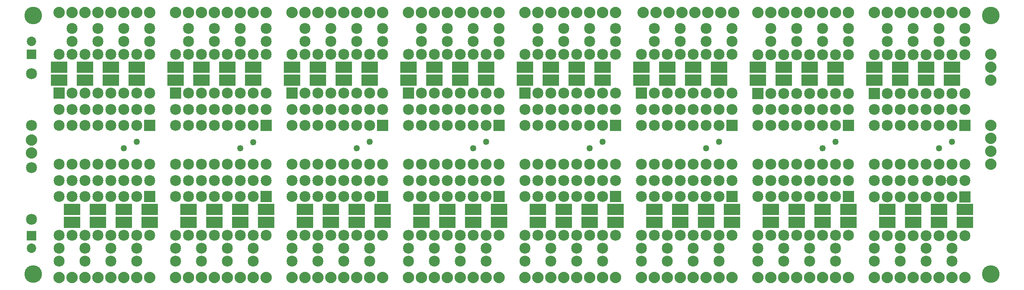
<source format=gbs>
G04 MADE WITH FRITZING*
G04 WWW.FRITZING.ORG*
G04 DOUBLE SIDED*
G04 HOLES PLATED*
G04 CONTOUR ON CENTER OF CONTOUR VECTOR*
%ASAXBY*%
%FSLAX23Y23*%
%MOIN*%
%OFA0B0*%
%SFA1.0B1.0*%
%ADD10C,0.088000*%
%ADD11C,0.135984*%
%ADD12C,0.072992*%
%ADD13C,0.085000*%
%ADD14C,0.049370*%
%ADD15R,0.072992X0.072992*%
%ADD16R,0.128110X0.088740*%
%ADD17R,0.085000X0.085000*%
%LNMASK0*%
G90*
G70*
G54D10*
X7560Y1004D03*
X7560Y1104D03*
X7560Y1204D03*
X7560Y1304D03*
G54D11*
X160Y2154D03*
X160Y154D03*
G54D10*
X7560Y1854D03*
X7560Y1754D03*
X7560Y1654D03*
G54D12*
X148Y452D03*
X148Y354D03*
X148Y1855D03*
X148Y1954D03*
G54D13*
X148Y979D03*
X148Y579D03*
X148Y1304D03*
X148Y1704D03*
G54D10*
X148Y1191D03*
X148Y1091D03*
G54D14*
X5460Y1179D03*
X5360Y1129D03*
X6260Y1129D03*
X6360Y1179D03*
X7260Y1179D03*
X7160Y1129D03*
X4560Y1179D03*
X4460Y1129D03*
X960Y1179D03*
X860Y1129D03*
X3660Y1179D03*
X3561Y1129D03*
X1861Y1175D03*
X1760Y1129D03*
X2661Y1129D03*
X2760Y1179D03*
G54D10*
X1060Y2179D03*
X960Y2179D03*
X860Y2179D03*
X760Y2179D03*
X660Y2179D03*
X560Y2179D03*
X460Y2179D03*
X360Y2179D03*
X1960Y2179D03*
X1860Y2179D03*
X1760Y2179D03*
X1660Y2179D03*
X1560Y2179D03*
X1460Y2179D03*
X1360Y2179D03*
X1260Y2179D03*
X2860Y2179D03*
X2760Y2179D03*
X2660Y2179D03*
X2560Y2179D03*
X2460Y2179D03*
X2360Y2179D03*
X2260Y2179D03*
X2160Y2179D03*
X3760Y2179D03*
X3660Y2179D03*
X3560Y2179D03*
X3460Y2179D03*
X3360Y2179D03*
X3260Y2179D03*
X3160Y2179D03*
X3060Y2179D03*
X4660Y2179D03*
X4560Y2179D03*
X4460Y2179D03*
X4360Y2179D03*
X4260Y2179D03*
X4160Y2179D03*
X4060Y2179D03*
X3960Y2179D03*
X5573Y2179D03*
X5473Y2179D03*
X5373Y2179D03*
X5273Y2179D03*
X5173Y2179D03*
X5073Y2179D03*
X4973Y2179D03*
X4873Y2179D03*
X6460Y2179D03*
X6360Y2179D03*
X6260Y2179D03*
X6160Y2179D03*
X6060Y2179D03*
X5960Y2179D03*
X5860Y2179D03*
X5760Y2179D03*
X7360Y2179D03*
X7260Y2179D03*
X7160Y2179D03*
X7060Y2179D03*
X6960Y2179D03*
X6860Y2179D03*
X6760Y2179D03*
X6660Y2179D03*
G54D11*
X7560Y154D03*
X7560Y2154D03*
G54D13*
X1060Y1304D03*
X1060Y1004D03*
X960Y1304D03*
X960Y1004D03*
X860Y1304D03*
X860Y1004D03*
X760Y1304D03*
X760Y1004D03*
X660Y1304D03*
X660Y1004D03*
X560Y1304D03*
X560Y1004D03*
X460Y1304D03*
X460Y1004D03*
X360Y1304D03*
X360Y1004D03*
X1960Y1304D03*
X1960Y1004D03*
X1860Y1304D03*
X1860Y1004D03*
X1760Y1304D03*
X1760Y1004D03*
X1660Y1304D03*
X1660Y1004D03*
X1560Y1304D03*
X1560Y1004D03*
X1460Y1304D03*
X1460Y1004D03*
X1360Y1304D03*
X1360Y1004D03*
X1260Y1304D03*
X1260Y1004D03*
X2860Y1304D03*
X2860Y1004D03*
X2760Y1304D03*
X2760Y1004D03*
X2660Y1304D03*
X2660Y1004D03*
X2560Y1304D03*
X2560Y1004D03*
X2460Y1304D03*
X2460Y1004D03*
X2360Y1304D03*
X2360Y1004D03*
X2260Y1304D03*
X2260Y1004D03*
X2160Y1304D03*
X2160Y1004D03*
X3760Y1304D03*
X3760Y1004D03*
X3660Y1304D03*
X3660Y1004D03*
X3560Y1304D03*
X3560Y1004D03*
X3460Y1304D03*
X3460Y1004D03*
X3360Y1304D03*
X3360Y1004D03*
X3260Y1304D03*
X3260Y1004D03*
X3160Y1304D03*
X3160Y1004D03*
X3060Y1304D03*
X3060Y1004D03*
X4660Y1304D03*
X4660Y1004D03*
X4560Y1304D03*
X4560Y1004D03*
X4460Y1304D03*
X4460Y1004D03*
X4360Y1304D03*
X4360Y1004D03*
X4260Y1304D03*
X4260Y1004D03*
X4160Y1304D03*
X4160Y1004D03*
X4060Y1304D03*
X4060Y1004D03*
X3960Y1304D03*
X3960Y1004D03*
X5560Y1304D03*
X5560Y1004D03*
X5460Y1304D03*
X5460Y1004D03*
X5360Y1304D03*
X5360Y1004D03*
X5260Y1304D03*
X5260Y1004D03*
X5160Y1304D03*
X5160Y1004D03*
X5060Y1304D03*
X5060Y1004D03*
X4960Y1304D03*
X4960Y1004D03*
X4860Y1304D03*
X4860Y1004D03*
X6460Y1304D03*
X6460Y1004D03*
X6360Y1304D03*
X6360Y1004D03*
X6260Y1304D03*
X6260Y1004D03*
X6160Y1304D03*
X6160Y1004D03*
X6060Y1304D03*
X6060Y1004D03*
X5960Y1304D03*
X5960Y1004D03*
X5860Y1304D03*
X5860Y1004D03*
X5760Y1304D03*
X5760Y1004D03*
X7360Y1304D03*
X7360Y1004D03*
X7260Y1304D03*
X7260Y1004D03*
X7160Y1304D03*
X7160Y1004D03*
X7060Y1304D03*
X7060Y1004D03*
X6960Y1304D03*
X6960Y1004D03*
X6860Y1304D03*
X6860Y1004D03*
X6760Y1304D03*
X6760Y1004D03*
X6660Y1304D03*
X6660Y1004D03*
X1060Y754D03*
X1060Y454D03*
X960Y754D03*
X960Y454D03*
X860Y754D03*
X860Y454D03*
X760Y754D03*
X760Y454D03*
X660Y754D03*
X660Y454D03*
X560Y754D03*
X560Y454D03*
X460Y754D03*
X460Y454D03*
X360Y754D03*
X360Y454D03*
X1960Y754D03*
X1960Y454D03*
X1860Y754D03*
X1860Y454D03*
X1760Y754D03*
X1760Y454D03*
X1660Y754D03*
X1660Y454D03*
X1560Y754D03*
X1560Y454D03*
X1460Y754D03*
X1460Y454D03*
X1360Y754D03*
X1360Y454D03*
X1260Y754D03*
X1260Y454D03*
X2860Y754D03*
X2860Y454D03*
X2760Y754D03*
X2760Y454D03*
X2660Y754D03*
X2660Y454D03*
X2560Y754D03*
X2560Y454D03*
X2460Y754D03*
X2460Y454D03*
X2360Y754D03*
X2360Y454D03*
X2260Y754D03*
X2260Y454D03*
X2160Y754D03*
X2160Y454D03*
X3760Y754D03*
X3760Y454D03*
X3660Y754D03*
X3660Y454D03*
X3560Y754D03*
X3560Y454D03*
X3460Y754D03*
X3460Y454D03*
X3360Y754D03*
X3360Y454D03*
X3260Y754D03*
X3260Y454D03*
X3160Y754D03*
X3160Y454D03*
X3060Y754D03*
X3060Y454D03*
X4660Y754D03*
X4660Y454D03*
X4560Y754D03*
X4560Y454D03*
X4460Y754D03*
X4460Y454D03*
X4360Y754D03*
X4360Y454D03*
X4260Y754D03*
X4260Y454D03*
X4160Y754D03*
X4160Y454D03*
X4060Y754D03*
X4060Y454D03*
X3960Y754D03*
X3960Y454D03*
X5560Y754D03*
X5560Y454D03*
X5460Y754D03*
X5460Y454D03*
X5360Y754D03*
X5360Y454D03*
X5260Y754D03*
X5260Y454D03*
X5160Y754D03*
X5160Y454D03*
X5060Y754D03*
X5060Y454D03*
X4960Y754D03*
X4960Y454D03*
X4860Y754D03*
X4860Y454D03*
X6460Y754D03*
X6460Y454D03*
X6360Y754D03*
X6360Y454D03*
X6260Y754D03*
X6260Y454D03*
X6160Y754D03*
X6160Y454D03*
X6060Y754D03*
X6060Y454D03*
X5960Y754D03*
X5960Y454D03*
X5860Y754D03*
X5860Y454D03*
X5760Y754D03*
X5760Y454D03*
X7360Y753D03*
X7360Y453D03*
X7260Y753D03*
X7260Y453D03*
X7160Y753D03*
X7160Y453D03*
X7060Y753D03*
X7060Y453D03*
X6960Y753D03*
X6960Y453D03*
X6860Y753D03*
X6860Y453D03*
X6760Y753D03*
X6760Y453D03*
X6660Y753D03*
X6660Y453D03*
X360Y1554D03*
X360Y1854D03*
X460Y1554D03*
X460Y1854D03*
X560Y1554D03*
X560Y1854D03*
X660Y1554D03*
X660Y1854D03*
X760Y1554D03*
X760Y1854D03*
X860Y1554D03*
X860Y1854D03*
X960Y1554D03*
X960Y1854D03*
X1060Y1554D03*
X1060Y1854D03*
X1260Y1554D03*
X1260Y1854D03*
X1360Y1554D03*
X1360Y1854D03*
X1460Y1554D03*
X1460Y1854D03*
X1560Y1554D03*
X1560Y1854D03*
X1660Y1554D03*
X1660Y1854D03*
X1760Y1554D03*
X1760Y1854D03*
X1860Y1554D03*
X1860Y1854D03*
X1960Y1554D03*
X1960Y1854D03*
X2160Y1554D03*
X2160Y1854D03*
X2260Y1554D03*
X2260Y1854D03*
X2360Y1554D03*
X2360Y1854D03*
X2460Y1554D03*
X2460Y1854D03*
X2560Y1554D03*
X2560Y1854D03*
X2660Y1554D03*
X2660Y1854D03*
X2760Y1554D03*
X2760Y1854D03*
X2860Y1554D03*
X2860Y1854D03*
X3060Y1554D03*
X3060Y1854D03*
X3160Y1554D03*
X3160Y1854D03*
X3260Y1554D03*
X3260Y1854D03*
X3360Y1554D03*
X3360Y1854D03*
X3460Y1554D03*
X3460Y1854D03*
X3560Y1554D03*
X3560Y1854D03*
X3660Y1554D03*
X3660Y1854D03*
X3760Y1554D03*
X3760Y1854D03*
X3960Y1554D03*
X3960Y1854D03*
X4060Y1554D03*
X4060Y1854D03*
X4160Y1554D03*
X4160Y1854D03*
X4260Y1554D03*
X4260Y1854D03*
X4360Y1554D03*
X4360Y1854D03*
X4460Y1554D03*
X4460Y1854D03*
X4560Y1554D03*
X4560Y1854D03*
X4660Y1554D03*
X4660Y1854D03*
X5761Y1553D03*
X5761Y1853D03*
X5861Y1553D03*
X5861Y1853D03*
X5961Y1553D03*
X5961Y1853D03*
X6061Y1553D03*
X6061Y1853D03*
X6161Y1553D03*
X6161Y1853D03*
X6261Y1553D03*
X6261Y1853D03*
X6361Y1553D03*
X6361Y1853D03*
X6461Y1553D03*
X6461Y1853D03*
X4860Y1554D03*
X4860Y1854D03*
X4960Y1554D03*
X4960Y1854D03*
X5060Y1554D03*
X5060Y1854D03*
X5160Y1554D03*
X5160Y1854D03*
X5260Y1554D03*
X5260Y1854D03*
X5360Y1554D03*
X5360Y1854D03*
X5460Y1554D03*
X5460Y1854D03*
X5560Y1554D03*
X5560Y1854D03*
X6661Y1553D03*
X6661Y1853D03*
X6761Y1553D03*
X6761Y1853D03*
X6861Y1553D03*
X6861Y1853D03*
X6961Y1553D03*
X6961Y1853D03*
X7061Y1553D03*
X7061Y1853D03*
X7161Y1553D03*
X7161Y1853D03*
X7261Y1553D03*
X7261Y1853D03*
X7361Y1553D03*
X7361Y1853D03*
X7360Y1954D03*
X7360Y2054D03*
X6960Y2054D03*
X6960Y1954D03*
X5560Y2054D03*
X5560Y1954D03*
X6460Y2054D03*
X6460Y1954D03*
X5360Y2054D03*
X5360Y1954D03*
X6260Y2054D03*
X6260Y1954D03*
X5160Y2054D03*
X5160Y1954D03*
X6060Y2054D03*
X6060Y1954D03*
X4960Y2054D03*
X4960Y1954D03*
X5860Y2054D03*
X5860Y1954D03*
X7260Y879D03*
X7360Y879D03*
X7073Y879D03*
X7173Y879D03*
X6860Y879D03*
X6960Y879D03*
X360Y879D03*
X460Y879D03*
X1260Y879D03*
X1360Y879D03*
X2160Y879D03*
X2260Y879D03*
X3060Y879D03*
X3160Y879D03*
X3960Y879D03*
X4060Y879D03*
X4860Y879D03*
X4960Y879D03*
X5760Y879D03*
X5860Y879D03*
X560Y879D03*
X660Y879D03*
X1460Y879D03*
X1560Y879D03*
X2360Y879D03*
X2460Y879D03*
X3260Y879D03*
X3360Y879D03*
X4160Y879D03*
X4260Y879D03*
X5060Y879D03*
X5160Y879D03*
X5960Y879D03*
X6060Y879D03*
X760Y879D03*
X860Y879D03*
X1660Y879D03*
X1760Y879D03*
X2560Y879D03*
X2660Y879D03*
X3460Y879D03*
X3560Y879D03*
X4360Y879D03*
X4460Y879D03*
X5260Y879D03*
X5360Y879D03*
X6160Y879D03*
X6260Y879D03*
X960Y879D03*
X1060Y879D03*
X1860Y879D03*
X1960Y879D03*
X2760Y879D03*
X2860Y879D03*
X3660Y879D03*
X3760Y879D03*
X4560Y879D03*
X4660Y879D03*
X5460Y879D03*
X5560Y879D03*
X6360Y879D03*
X6460Y879D03*
X6660Y879D03*
X6760Y879D03*
X7260Y1429D03*
X7360Y1429D03*
X6860Y1429D03*
X6960Y1429D03*
X7160Y1429D03*
X7060Y1429D03*
X960Y1429D03*
X1060Y1429D03*
X1860Y1429D03*
X1960Y1429D03*
X2760Y1429D03*
X2860Y1429D03*
X3660Y1429D03*
X3760Y1429D03*
X4560Y1429D03*
X4660Y1429D03*
X5460Y1429D03*
X5560Y1429D03*
X6360Y1429D03*
X6460Y1429D03*
X860Y1429D03*
X760Y1429D03*
X1760Y1429D03*
X1660Y1429D03*
X2660Y1429D03*
X2560Y1429D03*
X3560Y1429D03*
X3460Y1429D03*
X4460Y1429D03*
X4360Y1429D03*
X5360Y1429D03*
X5260Y1429D03*
X6260Y1429D03*
X6160Y1429D03*
X560Y1429D03*
X660Y1429D03*
X1460Y1429D03*
X1560Y1429D03*
X2360Y1429D03*
X2460Y1429D03*
X3260Y1429D03*
X3360Y1429D03*
X4160Y1429D03*
X4260Y1429D03*
X5060Y1429D03*
X5160Y1429D03*
X5960Y1429D03*
X6060Y1429D03*
X460Y1429D03*
X360Y1429D03*
X1360Y1429D03*
X1260Y1429D03*
X2260Y1429D03*
X2160Y1429D03*
X3160Y1429D03*
X3060Y1429D03*
X4060Y1429D03*
X3960Y1429D03*
X4960Y1429D03*
X4860Y1429D03*
X5860Y1429D03*
X5760Y1429D03*
X6760Y1429D03*
X6660Y1429D03*
X7260Y354D03*
X7260Y254D03*
X7060Y354D03*
X7060Y254D03*
X6860Y354D03*
X6860Y254D03*
X960Y354D03*
X960Y254D03*
X1860Y354D03*
X1860Y254D03*
X2760Y354D03*
X2760Y254D03*
X3660Y354D03*
X3660Y254D03*
X4560Y354D03*
X4560Y254D03*
X5460Y354D03*
X5460Y254D03*
X6360Y354D03*
X6360Y254D03*
X760Y354D03*
X760Y254D03*
X1660Y354D03*
X1660Y254D03*
X2560Y354D03*
X2560Y254D03*
X3460Y354D03*
X3460Y254D03*
X4360Y354D03*
X4360Y254D03*
X5260Y354D03*
X5260Y254D03*
X6160Y354D03*
X6160Y254D03*
X560Y354D03*
X560Y254D03*
X1460Y354D03*
X1460Y254D03*
X2360Y354D03*
X2360Y254D03*
X3260Y354D03*
X3260Y254D03*
X4160Y354D03*
X4160Y254D03*
X5060Y354D03*
X5060Y254D03*
X5960Y354D03*
X5960Y254D03*
X360Y354D03*
X360Y254D03*
X1260Y354D03*
X1260Y254D03*
X2160Y354D03*
X2160Y254D03*
X3060Y354D03*
X3060Y254D03*
X3960Y354D03*
X3960Y254D03*
X4860Y354D03*
X4860Y254D03*
X5760Y354D03*
X5760Y254D03*
X6660Y354D03*
X6660Y254D03*
X4660Y2054D03*
X4660Y1954D03*
X4460Y2054D03*
X4460Y1954D03*
X1060Y2054D03*
X1060Y1954D03*
X660Y2054D03*
X660Y1954D03*
X860Y2054D03*
X860Y1954D03*
X460Y2054D03*
X460Y1954D03*
X1960Y2054D03*
X1960Y1954D03*
X1560Y2054D03*
X1560Y1954D03*
X1760Y2054D03*
X1760Y1954D03*
X1360Y2054D03*
X1360Y1954D03*
X2860Y2054D03*
X2860Y1954D03*
X2460Y2054D03*
X2460Y1954D03*
X2660Y2054D03*
X2660Y1954D03*
X2260Y2054D03*
X2260Y1954D03*
X3160Y2054D03*
X3160Y1954D03*
X3360Y2054D03*
X3360Y1954D03*
X3560Y2054D03*
X3560Y1954D03*
X3760Y2054D03*
X3760Y1954D03*
X4060Y2054D03*
X4060Y1954D03*
X4260Y2054D03*
X4260Y1954D03*
G54D10*
X360Y129D03*
X460Y129D03*
X560Y129D03*
X660Y129D03*
X760Y129D03*
X860Y129D03*
X960Y129D03*
X1060Y129D03*
X1260Y129D03*
X1360Y129D03*
X1460Y129D03*
X1560Y129D03*
X1660Y129D03*
X1760Y129D03*
X1860Y129D03*
X1960Y129D03*
X2160Y129D03*
X2260Y129D03*
X2360Y129D03*
X2460Y129D03*
X2560Y129D03*
X2660Y129D03*
X2760Y129D03*
X2860Y129D03*
X3060Y129D03*
X3160Y129D03*
X3260Y129D03*
X3360Y129D03*
X3460Y129D03*
X3560Y129D03*
X3660Y129D03*
X3760Y129D03*
X3960Y129D03*
X4060Y129D03*
X4160Y129D03*
X4260Y129D03*
X4360Y129D03*
X4460Y129D03*
X4560Y129D03*
X4660Y129D03*
X6660Y129D03*
X6760Y129D03*
X6860Y129D03*
X6960Y129D03*
X7060Y129D03*
X7160Y129D03*
X7260Y129D03*
X7360Y129D03*
X5760Y129D03*
X5860Y129D03*
X5960Y129D03*
X6060Y129D03*
X6160Y129D03*
X6260Y129D03*
X6360Y129D03*
X6460Y129D03*
X4860Y129D03*
X4960Y129D03*
X5060Y129D03*
X5160Y129D03*
X5260Y129D03*
X5360Y129D03*
X5460Y129D03*
X5560Y129D03*
G54D13*
X7160Y1954D03*
X7160Y2054D03*
X6760Y2054D03*
X6760Y1954D03*
G54D15*
X148Y452D03*
X148Y1855D03*
G54D16*
X360Y1754D03*
X1260Y1754D03*
X2160Y1754D03*
X3060Y1754D03*
X3960Y1754D03*
X360Y1654D03*
X1260Y1654D03*
X2160Y1654D03*
X3060Y1654D03*
X3960Y1654D03*
X960Y1654D03*
X1860Y1654D03*
X2760Y1654D03*
X3660Y1654D03*
X4560Y1654D03*
X760Y1754D03*
X1660Y1754D03*
X2560Y1754D03*
X3460Y1754D03*
X4360Y1754D03*
X960Y1754D03*
X1860Y1754D03*
X2760Y1754D03*
X3660Y1754D03*
X4560Y1754D03*
X560Y1754D03*
X1460Y1754D03*
X2360Y1754D03*
X3260Y1754D03*
X4160Y1754D03*
X560Y1654D03*
X1460Y1654D03*
X2360Y1654D03*
X3260Y1654D03*
X4160Y1654D03*
X760Y1654D03*
X1660Y1654D03*
X2560Y1654D03*
X3460Y1654D03*
X4360Y1654D03*
X4860Y1754D03*
X4860Y1654D03*
X5460Y1654D03*
X5260Y1754D03*
X5460Y1754D03*
X5060Y1754D03*
X5060Y1654D03*
X5260Y1654D03*
X5760Y1754D03*
X5760Y1654D03*
X6360Y1654D03*
X6160Y1754D03*
X6360Y1754D03*
X5960Y1754D03*
X5960Y1654D03*
X6160Y1654D03*
X6660Y1754D03*
X6660Y1654D03*
X7260Y1654D03*
X7060Y1754D03*
X7260Y1754D03*
X6860Y1754D03*
X6860Y1654D03*
X7060Y1654D03*
X6960Y554D03*
X7360Y554D03*
X6960Y654D03*
X7360Y654D03*
X7160Y654D03*
X7160Y554D03*
X6760Y554D03*
X6760Y654D03*
X6060Y554D03*
X6460Y554D03*
X6060Y654D03*
X6460Y654D03*
X6260Y654D03*
X6260Y554D03*
X5860Y554D03*
X5860Y654D03*
X5160Y554D03*
X5560Y554D03*
X5160Y654D03*
X5560Y654D03*
X5360Y654D03*
X5360Y554D03*
X4960Y554D03*
X4960Y654D03*
X1060Y654D03*
X1960Y654D03*
X2860Y654D03*
X3760Y654D03*
X4660Y654D03*
X1060Y554D03*
X1960Y554D03*
X2860Y554D03*
X3760Y554D03*
X4660Y554D03*
X860Y554D03*
X1760Y554D03*
X2660Y554D03*
X3560Y554D03*
X4460Y554D03*
X860Y654D03*
X1760Y654D03*
X2660Y654D03*
X3560Y654D03*
X4460Y654D03*
X660Y554D03*
X1560Y554D03*
X2460Y554D03*
X3360Y554D03*
X4260Y554D03*
X660Y654D03*
X1560Y654D03*
X2460Y654D03*
X3360Y654D03*
X4260Y654D03*
X460Y554D03*
X1360Y554D03*
X2260Y554D03*
X3160Y554D03*
X4060Y554D03*
X460Y654D03*
X1360Y654D03*
X2260Y654D03*
X3160Y654D03*
X4060Y654D03*
G54D17*
X1060Y1304D03*
X1960Y1304D03*
X2860Y1304D03*
X3760Y1304D03*
X4660Y1304D03*
X5560Y1304D03*
X6460Y1304D03*
X7360Y1304D03*
X1060Y754D03*
X1960Y754D03*
X2860Y754D03*
X3760Y754D03*
X4660Y754D03*
X5560Y754D03*
X6460Y754D03*
X7360Y753D03*
X360Y1554D03*
X1260Y1554D03*
X2160Y1554D03*
X3060Y1554D03*
X3960Y1554D03*
X5761Y1553D03*
X4860Y1554D03*
X6661Y1553D03*
G04 End of Mask0*
M02*
</source>
